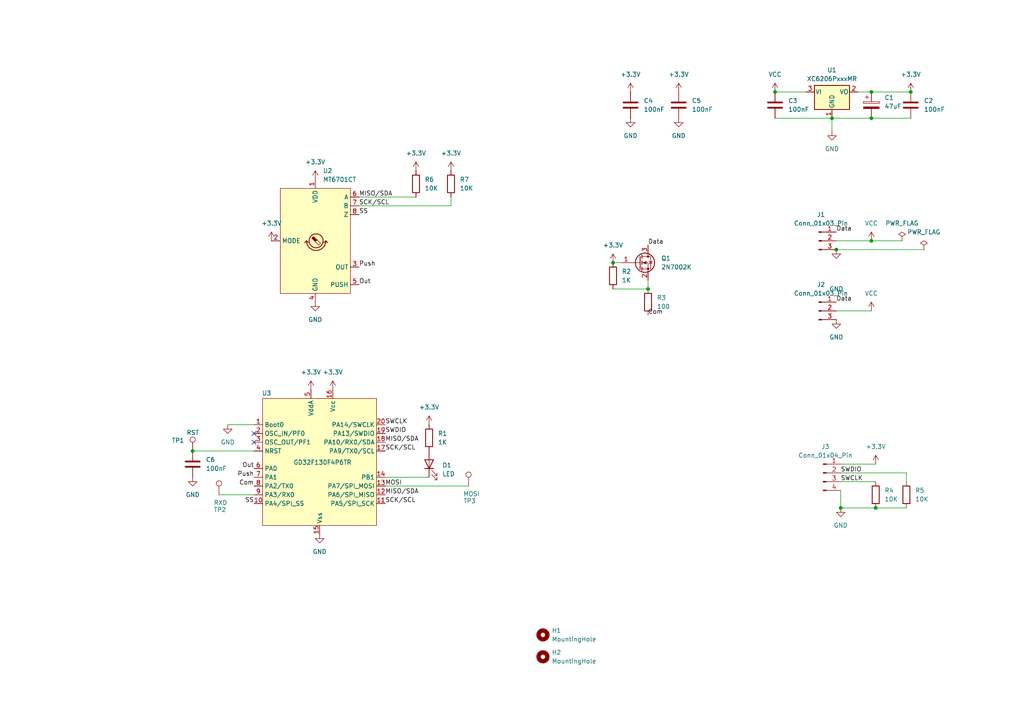
<source format=kicad_sch>
(kicad_sch (version 20231120) (generator "eeschema") (generator_version "8.0")
  (paper "A4")
  (lib_symbols
    (symbol "Connector:Conn_01x03_Pin" (pin_names (offset 1.016) hide)
      (property "Reference" "J" (at 0 5.08 0))
      (property "Value" "Conn_01x03_Pin" (at 0 -5.08 0))
      (symbol "Conn_01x03_Pin_1_1"
        (polyline (pts (xy 1.27 -2.54) (xy 0.8636 -2.54)) (stroke (width 0.1524)))
        (polyline (pts (xy 1.27 0) (xy 0.8636 0)) (stroke (width 0.1524)))
        (polyline (pts (xy 1.27 2.54) (xy 0.8636 2.54)) (stroke (width 0.1524)))
        (rectangle (start 0.8636 -2.413) (end 0 -2.667) (stroke (width 0.1524)) (fill (type outline)))
        (rectangle (start 0.8636 0.127) (end 0 -0.127) (stroke (width 0.1524)) (fill (type outline)))
        (rectangle (start 0.8636 2.667) (end 0 2.413) (stroke (width 0.1524)) (fill (type outline)))
        (pin passive line (at 5.08 2.54 180) (length 3.81) (name "Pin_1") (number "1"))
        (pin passive line (at 5.08 0 180) (length 3.81) (name "Pin_2") (number "2"))
        (pin passive line (at 5.08 -2.54 180) (length 3.81) (name "Pin_3") (number "3"))
      )
    )
    (symbol "Connector:Conn_01x04_Pin" (pin_names (offset 1.016) hide)
      (property "Reference" "J" (at 0 5.08 0))
      (property "Value" "Conn_01x04_Pin" (at 0 -7.62 0))
      (symbol "Conn_01x04_Pin_1_1"
        (polyline (pts (xy 1.27 -5.08) (xy 0.8636 -5.08)) (stroke (width 0.1524)))
        (polyline (pts (xy 1.27 -2.54) (xy 0.8636 -2.54)) (stroke (width 0.1524)))
        (polyline (pts (xy 1.27 0) (xy 0.8636 0)) (stroke (width 0.1524)))
        (polyline (pts (xy 1.27 2.54) (xy 0.8636 2.54)) (stroke (width 0.1524)))
        (rectangle (start 0.8636 -4.953) (end 0 -5.207) (stroke (width 0.1524)) (fill (type outline)))
        (rectangle (start 0.8636 -2.413) (end 0 -2.667) (stroke (width 0.1524)) (fill (type outline)))
        (rectangle (start 0.8636 0.127) (end 0 -0.127) (stroke (width 0.1524)) (fill (type outline)))
        (rectangle (start 0.8636 2.667) (end 0 2.413) (stroke (width 0.1524)) (fill (type outline)))
        (pin passive line (at 5.08 2.54 180) (length 3.81) (name "Pin_1") (number "1"))
        (pin passive line (at 5.08 0 180) (length 3.81) (name "Pin_2") (number "2"))
        (pin passive line (at 5.08 -2.54 180) (length 3.81) (name "Pin_3") (number "3"))
        (pin passive line (at 5.08 -5.08 180) (length 3.81) (name "Pin_4") (number "4"))
      )
    )
    (symbol "Connector:TestPoint" (pin_numbers hide) (pin_names (offset 0.762) hide)
      (property "Reference" "TP" (at 0 6.858 0))
      (property "Value" "TestPoint" (at 0 5.08 0))
      (symbol "TestPoint_0_1"
        (circle (center 0 3.302) (radius 0.762))
      )
      (symbol "TestPoint_1_1"
        (pin passive line (at 0 0 90) (length 2.54) (name "1") (number "1"))
      )
    )
    (symbol "Device:C" (pin_numbers hide) (pin_names (offset 0.254))
      (property "Reference" "C" (at 0.635 2.54 0))
      (property "Value" "C" (at 0.635 -2.54 0))
      (symbol "C_0_1"
        (polyline (pts (xy -2.032 -0.762) (xy 2.032 -0.762)) (stroke (width 0.508)))
        (polyline (pts (xy -2.032 0.762) (xy 2.032 0.762)) (stroke (width 0.508)))
      )
      (symbol "C_1_1"
        (pin passive line (at 0 3.81 270) (length 2.794) (name "~") (number "1"))
        (pin passive line (at 0 -3.81 90) (length 2.794) (name "~") (number "2"))
      )
    )
    (symbol "Device:C_Polarized" (pin_numbers hide) (pin_names (offset 0.254))
      (property "Reference" "C" (at 0.635 2.54 0))
      (property "Value" "C_Polarized" (at 0.635 -2.54 0))
      (symbol "C_Polarized_0_1"
        (rectangle (start -2.286 0.508) (end 2.286 1.016))
        (polyline (pts (xy -1.778 2.286) (xy -0.762 2.286)))
        (polyline (pts (xy -1.27 2.794) (xy -1.27 1.778)))
        (rectangle (start 2.286 -0.508) (end -2.286 -1.016) (fill (type outline)))
      )
      (symbol "C_Polarized_1_1"
        (pin passive line (at 0 3.81 270) (length 2.794) (name "~") (number "1"))
        (pin passive line (at 0 -3.81 90) (length 2.794) (name "~") (number "2"))
      )
    )
    (symbol "Device:LED" (pin_numbers hide) (pin_names (offset 1.016) hide)
      (property "Reference" "D" (at 0 2.54 0))
      (property "Value" "LED" (at 0 -2.54 0))
      (symbol "LED_0_1"
        (polyline (pts (xy -1.27 -1.27) (xy -1.27 1.27)) (stroke (width 0.254)))
        (polyline (pts (xy -1.27 0) (xy 1.27 0)))
        (polyline (pts (xy 1.27 -1.27) (xy 1.27 1.27) (xy -1.27 0) (xy 1.27 -1.27)) (stroke (width 0.254)))
        (polyline (pts (xy -3.048 -0.762) (xy -4.572 -2.286) (xy -3.81 -2.286) (xy -4.572 -2.286) (xy -4.572 -1.524)))
        (polyline (pts (xy -1.778 -0.762) (xy -3.302 -2.286) (xy -2.54 -2.286) (xy -3.302 -2.286) (xy -3.302 -1.524)))
      )
      (symbol "LED_1_1"
        (pin passive line (at -3.81 0 0) (length 2.54) (name "K") (number "1"))
        (pin passive line (at 3.81 0 180) (length 2.54) (name "A") (number "2"))
      )
    )
    (symbol "Device:R" (pin_numbers hide) (pin_names (offset 0))
      (property "Reference" "R" (at 2.032 0 90))
      (property "Value" "R" (at 0 0 90))
      (symbol "R_0_1"
        (rectangle (start -1.016 -2.54) (end 1.016 2.54) (stroke (width 0.254)))
      )
      (symbol "R_1_1"
        (pin passive line (at 0 3.81 270) (length 1.27) (name "~") (number "1"))
        (pin passive line (at 0 -3.81 90) (length 1.27) (name "~") (number "2"))
      )
    )
    (symbol "Mechanical:MountingHole" (pin_names (offset 1.016)) (exclude_from_sim yes) (in_bom no)
      (property "Reference" "H" (at 0 5.08 0))
      (property "Value" "MountingHole" (at 0 3.175 0))
      (symbol "MountingHole_0_1"
        (circle (center 0 0) (radius 1.27) (stroke (width 1.27)))
      )
    )
    (symbol "My_Library:GD32F130F4P6TR"
      (property "Reference" "U" (at -15.748 18.796 0))
      (property "Value" "GD32F130F4P6TR" (at 9.906 -21.844 0))
      (symbol "GD32F130F4P6TR_1_1"
        (rectangle (start -16.51 16.51) (end 16.51 -20.32) (fill (type background)))
        (pin input line (at -19.05 8.89 0) (length 2.54) (name "Boot0") (number "1"))
        (pin bidirectional line (at -19.05 -13.97 0) (length 2.54) (name "PA4/SPI_SS") (number "10"))
        (pin bidirectional line (at 19.05 -13.97 180) (length 2.54) (name "PA5/SPI_SCK") (number "11"))
        (pin bidirectional line (at 19.05 -11.43 180) (length 2.54) (name "PA6/SPI_MISO") (number "12"))
        (pin bidirectional line (at 19.05 -8.89 180) (length 2.54) (name "PA7/SPI_MOSI") (number "13"))
        (pin bidirectional line (at 19.05 -6.35 180) (length 2.54) (name "PB1") (number "14"))
        (pin power_in line (at 0 -22.86 90) (length 2.54) (name "Vss") (number "15"))
        (pin power_in line (at 3.81 19.05 270) (length 2.54) (name "Vcc") (number "16"))
        (pin bidirectional line (at 19.05 1.27 180) (length 2.54) (name "PA9/TX0/SCL") (number "17"))
        (pin bidirectional line (at 19.05 3.81 180) (length 2.54) (name "PA10/RX0/SDA") (number "18"))
        (pin bidirectional line (at 19.05 6.35 180) (length 2.54) (name "PA13/SWDIO") (number "19"))
        (pin bidirectional line (at -19.05 6.35 0) (length 2.54) (name "OSC_IN/PF0") (number "2"))
        (pin bidirectional line (at 19.05 8.89 180) (length 2.54) (name "PA14/SWCLK") (number "20"))
        (pin bidirectional line (at -19.05 3.81 0) (length 2.54) (name "OSC_OUT/PF1") (number "3"))
        (pin bidirectional line (at -19.05 1.27 0) (length 2.54) (name "NRST") (number "4"))
        (pin power_in line (at -2.54 19.05 270) (length 2.54) (name "VddA") (number "5"))
        (pin bidirectional line (at -19.05 -3.81 0) (length 2.54) (name "PA0") (number "6"))
        (pin bidirectional line (at -19.05 -6.35 0) (length 2.54) (name "PA1") (number "7"))
        (pin bidirectional line (at -19.05 -8.89 0) (length 2.54) (name "PA2/TX0") (number "8"))
        (pin bidirectional line (at -19.05 -11.43 0) (length 2.54) (name "PA3/RX0") (number "9"))
      )
    )
    (symbol "Regulator_Linear:XC6206PxxxMR" (pin_names (offset 0.254))
      (property "Reference" "U" (at -3.81 3.175 0))
      (property "Value" "XC6206PxxxMR" (at 0 3.175 0))
      (symbol "XC6206PxxxMR_0_1"
        (rectangle (start -5.08 1.905) (end 5.08 -5.08) (stroke (width 0.254)) (fill (type background)))
      )
      (symbol "XC6206PxxxMR_1_1"
        (pin power_in line (at 0 -7.62 90) (length 2.54) (name "GND") (number "1"))
        (pin power_out line (at 7.62 0 180) (length 2.54) (name "VO") (number "2"))
        (pin power_in line (at -7.62 0 0) (length 2.54) (name "VI") (number "3"))
      )
    )
    (symbol "Sensor_Magnetic:MT6701CT"
      (property "Reference" "U" (at -9.6632 16.4397 0))
      (property "Value" "MT6701CT" (at 5.5155 16.4397 0))
      (symbol "MT6701CT_0_1"
        (arc (start -2.54 0) (mid 0.254 -2.7819) (end 3.048 0) (stroke (width 0.254)))
        (polyline (pts (xy -2.54 0) (xy -3.048 -0.508)) (stroke (width 0.254)))
        (polyline (pts (xy -2.54 0) (xy -2.032 -0.508)) (stroke (width 0.254)))
        (polyline (pts (xy 3.048 0) (xy 2.54 -0.508)) (stroke (width 0.254)))
        (polyline (pts (xy 3.048 0) (xy 3.556 -0.508)) (stroke (width 0.254)))
      )
      (symbol "MT6701CT_1_1"
        (rectangle (start -10.16 15.24) (end 10.16 -15.24) (fill (type background)))
        (polyline (pts (xy 0.508 0.254) (xy 1.524 -0.762) (xy 1.016 -1.27) (xy 0 -0.254)))
        (polyline (pts (xy -0.508 1.27) (xy 0.508 0.254) (xy 0 -0.254) (xy -1.016 0.762) (xy -0.762 1.016) (xy -0.508 1.27) (xy -0.381 1.143)) (fill (type outline)))
        (circle (center 0.254 0) (radius 2.032) (stroke (width 0.254)))
        (pin power_in line (at 0 17.78 270) (length 2.54) (name "VDD") (number "1"))
        (pin input line (at -12.7 0 0) (length 2.54) (name "MODE") (number "2"))
        (pin output line (at 12.7 -7.62 180) (length 2.54) (name "OUT") (number "3"))
        (pin power_in line (at 0 -17.78 90) (length 2.54) (name "GND") (number "4"))
        (pin output line (at 12.7 -12.7 180) (length 2.54) (name "PUSH") (number "5"))
        (pin output line (at 12.7 12.7 180) (length 2.54) (name "A") (number "6"))
        (pin output line (at 12.7 10.16 180) (length 2.54) (name "B") (number "7"))
        (pin output line (at 12.7 7.62 180) (length 2.54) (name "Z") (number "8"))
      )
    )
    (symbol "Transistor_FET:2N7002K" (pin_names hide)
      (property "Reference" "Q" (at 5.08 1.905 0))
      (property "Value" "2N7002K" (at 5.08 0 0))
      (symbol "2N7002K_0_1"
        (polyline (pts (xy 0.254 0) (xy -2.54 0)))
        (polyline (pts (xy 0.254 1.905) (xy 0.254 -1.905)) (stroke (width 0.254)))
        (polyline (pts (xy 0.762 -1.27) (xy 0.762 -2.286)) (stroke (width 0.254)))
        (polyline (pts (xy 0.762 0.508) (xy 0.762 -0.508)) (stroke (width 0.254)))
        (polyline (pts (xy 0.762 2.286) (xy 0.762 1.27)) (stroke (width 0.254)))
        (polyline (pts (xy 2.54 2.54) (xy 2.54 1.778)))
        (polyline (pts (xy 2.54 -2.54) (xy 2.54 0) (xy 0.762 0)))
        (polyline (pts (xy 0.762 -1.778) (xy 3.302 -1.778) (xy 3.302 1.778) (xy 0.762 1.778)))
        (polyline (pts (xy 1.016 0) (xy 2.032 0.381) (xy 2.032 -0.381) (xy 1.016 0)) (fill (type outline)))
        (polyline (pts (xy 2.794 0.508) (xy 2.921 0.381) (xy 3.683 0.381) (xy 3.81 0.254)))
        (polyline (pts (xy 3.302 0.381) (xy 2.921 -0.254) (xy 3.683 -0.254) (xy 3.302 0.381)))
        (circle (center 1.651 0) (radius 2.794) (stroke (width 0.254)))
        (circle (center 2.54 -1.778) (radius 0.254) (fill (type outline)))
        (circle (center 2.54 1.778) (radius 0.254) (fill (type outline)))
      )
      (symbol "2N7002K_1_1"
        (pin input line (at -5.08 0 0) (length 2.54) (name "G") (number "1"))
        (pin passive line (at 2.54 -5.08 90) (length 2.54) (name "S") (number "2"))
        (pin passive line (at 2.54 5.08 270) (length 2.54) (name "D") (number "3"))
      )
    )
    (symbol "power:+3.3V" (power) (pin_numbers hide) (pin_names (offset 0) hide)
      (property "Value" "+3.3V" (at 0 3.556 0))
      (symbol "+3.3V_0_1"
        (polyline (pts (xy -0.762 1.27) (xy 0 2.54)))
        (polyline (pts (xy 0 0) (xy 0 2.54)))
        (polyline (pts (xy 0 2.54) (xy 0.762 1.27)))
      )
      (symbol "+3.3V_1_1"
        (pin power_in line (at 0 0 90) (length 0) (name "~") (number "1"))
      )
    )
    (symbol "power:GND" (power) (pin_numbers hide) (pin_names (offset 0) hide)
      (property "Value" "GND" (at 0 -3.81 0))
      (symbol "GND_0_1"
        (polyline (pts (xy 0 0) (xy 0 -1.27) (xy 1.27 -1.27) (xy 0 -2.54) (xy -1.27 -1.27) (xy 0 -1.27)))
      )
      (symbol "GND_1_1"
        (pin power_in line (at 0 0 270) (length 0) (name "~") (number "1"))
      )
    )
    (symbol "power:PWR_FLAG" (power) (pin_numbers hide) (pin_names (offset 0) hide)
      (property "Value" "PWR_FLAG" (at 0 3.81 0))
      (symbol "PWR_FLAG_0_0"
        (pin power_out line (at 0 0 90) (length 0) (name "~") (number "1"))
      )
      (symbol "PWR_FLAG_0_1"
        (polyline (pts (xy 0 0) (xy 0 1.27) (xy -1.016 1.905) (xy 0 2.54) (xy 1.016 1.905) (xy 0 1.27)))
      )
    )
    (symbol "power:VCC" (power) (pin_numbers hide) (pin_names (offset 0) hide)
      (property "Value" "VCC" (at 0 3.556 0))
      (symbol "VCC_0_1"
        (polyline (pts (xy -0.762 1.27) (xy 0 2.54)))
        (polyline (pts (xy 0 0) (xy 0 2.54)))
        (polyline (pts (xy 0 2.54) (xy 0.762 1.27)))
      )
      (symbol "VCC_1_1"
        (pin power_in line (at 0 0 90) (length 0) (name "~") (number "1"))
      )
    )
  )
  (junction (at 177.8 76.2))
  (junction (at 224.79 26.67))
  (junction (at 264.16 26.67))
  (junction (at 252.73 69.85))
  (junction (at 252.73 34.29))
  (junction (at 252.73 26.67))
  (junction (at 187.96 83.82))
  (junction (at 241.3 34.29))
  (junction (at 243.84 147.32))
  (junction (at 242.57 72.39))
  (junction (at 254 147.32))
  (junction (at 55.88 130.81))
  (no_connect (at 73.66 125.73))
  (no_connect (at 73.66 128.27))
  (wire (pts (xy 242.57 90.17) (xy 252.73 90.17)))
  (wire (pts (xy 55.88 130.81) (xy 73.66 130.81)))
  (wire (pts (xy 104.14 57.15) (xy 120.65 57.15)))
  (wire (pts (xy 224.79 26.67) (xy 233.68 26.67)))
  (wire (pts (xy 243.84 147.32) (xy 254 147.32)))
  (wire (pts (xy 177.8 76.2) (xy 180.34 76.2)))
  (wire (pts (xy 104.14 59.69) (xy 130.81 59.69)))
  (wire (pts (xy 63.5 143.51) (xy 73.66 143.51)))
  (wire (pts (xy 242.57 72.39) (xy 267.97 72.39)))
  (wire (pts (xy 248.92 26.67) (xy 252.73 26.67)))
  (wire (pts (xy 241.3 34.29) (xy 241.3 38.1)))
  (wire (pts (xy 177.8 83.82) (xy 187.96 83.82)))
  (wire (pts (xy 252.73 34.29) (xy 264.16 34.29)))
  (wire (pts (xy 242.57 69.85) (xy 252.73 69.85)))
  (wire (pts (xy 262.89 139.7) (xy 262.89 137.16)))
  (wire (pts (xy 241.3 34.29) (xy 252.73 34.29)))
  (wire (pts (xy 252.73 26.67) (xy 264.16 26.67)))
  (wire (pts (xy 66.04 123.19) (xy 73.66 123.19)))
  (wire (pts (xy 130.81 59.69) (xy 130.81 57.15)))
  (wire (pts (xy 243.84 142.24) (xy 243.84 147.32)))
  (wire (pts (xy 252.73 69.85) (xy 261.62 69.85)))
  (wire (pts (xy 254 147.32) (xy 262.89 147.32)))
  (wire (pts (xy 111.76 140.97) (xy 135.89 140.97)))
  (wire (pts (xy 243.84 139.7) (xy 254 139.7)))
  (wire (pts (xy 187.96 81.28) (xy 187.96 83.82)))
  (wire (pts (xy 111.76 138.43) (xy 124.46 138.43)))
  (wire (pts (xy 224.79 34.29) (xy 241.3 34.29)))
  (wire (pts (xy 262.89 137.16) (xy 243.84 137.16)))
  (wire (pts (xy 243.84 134.62) (xy 254 134.62)))
  (label "MISO{slash}SDA" (at 111.76 143.51 0))
  (label "SCK{slash}SCL" (at 104.14 59.69 0))
  (label "Push" (at 73.66 138.43 180))
  (label "Com" (at 187.96 91.44 0))
  (label "MISO{slash}SDA" (at 104.14 57.15 0))
  (label "MOSI" (at 111.76 140.97 0))
  (label "SWCLK" (at 111.76 123.19 0))
  (label "Push" (at 104.14 77.47 0))
  (label "SCK{slash}SCL" (at 111.76 130.81 0))
  (label "Out" (at 73.66 135.89 180))
  (label "SCK{slash}SCL" (at 111.76 146.05 0))
  (label "SWDIO" (at 243.84 137.16 0))
  (label "Data" (at 242.57 87.63 0))
  (label "Data" (at 187.96 71.12 0))
  (label "Out" (at 104.14 82.55 0))
  (label "Com" (at 73.66 140.97 180))
  (label "SWCLK" (at 243.84 139.7 0))
  (label "MISO{slash}SDA" (at 111.76 128.27 0))
  (label "SWDIO" (at 111.76 125.73 0))
  (label "Data" (at 242.57 67.31 0))
  (label "SS" (at 73.66 146.05 180))
  (label "SS" (at 104.14 62.23 0))
  (symbol (lib_id "power:VCC") (at 252.73 90.17 0) (unit 1)
    (property "Reference" "#PWR06" (effects (hide yes)))
    (property "Value" "VCC" (at 252.73 85.09 0))
    (property "Description" "Power symbol creates a global label with name \"VCC\"" (effects (hide yes)))
  )
  (symbol (lib_id "power:+3.3V") (at 254 134.62 0) (unit 1)
    (property "Reference" "#PWR015" (effects (hide yes)))
    (property "Value" "+3.3V" (at 254 129.54 0))
    (property "Description" "Power symbol creates a global label with name \"+3.3V\"" (effects (hide yes)))
  )
  (symbol (lib_id "Device:C") (at 224.79 30.48 0) (unit 1)
    (property "Reference" "C3" (at 228.6 29.2099 0) (effects (justify left)))
    (property "Value" "100nF" (at 228.6 31.7499 0) (effects (justify left)))
    (property "Footprint" "Capacitor_SMD:C_0603_1608Metric_Pad1.08x0.95mm_HandSolder" (effects (hide yes)))
    (property "Description" "Unpolarized capacitor" (effects (hide yes)))
  )
  (symbol (lib_id "power:PWR_FLAG") (at 267.97 72.39 0) (unit 1)
    (property "Reference" "#FLG03" (effects (hide yes)))
    (property "Value" "PWR_FLAG" (at 267.97 67.31 0))
    (property "Description" "Special symbol for telling ERC where power comes from" (effects (hide yes)))
  )
  (symbol (lib_id "power:+3.3V") (at 78.74 69.85 0) (unit 1)
    (property "Reference" "#PWR022" (effects (hide yes)))
    (property "Value" "+3.3V" (at 78.74 64.77 0))
    (property "Description" "Power symbol creates a global label with name \"+3.3V\"" (effects (hide yes)))
  )
  (symbol (lib_id "Device:R") (at 254 143.51 0) (unit 1)
    (property "Reference" "R4" (at 256.54 142.2399 0) (effects (justify left)))
    (property "Value" "10K" (at 256.54 144.7799 0) (effects (justify left)))
    (property "Footprint" "Resistor_SMD:R_0603_1608Metric_Pad0.98x0.95mm_HandSolder" (effects (hide yes)))
    (property "Description" "Resistor" (effects (hide yes)))
  )
  (symbol (lib_id "Device:R") (at 262.89 143.51 0) (unit 1)
    (property "Reference" "R5" (at 265.43 142.2399 0) (effects (justify left)))
    (property "Value" "10K" (at 265.43 144.7799 0) (effects (justify left)))
    (property "Footprint" "Resistor_SMD:R_0603_1608Metric_Pad0.98x0.95mm_HandSolder" (effects (hide yes)))
    (property "Description" "Resistor" (effects (hide yes)))
  )
  (symbol (lib_id "power:GND") (at 91.44 87.63 0) (unit 1)
    (property "Reference" "#PWR08" (effects (hide yes)))
    (property "Value" "GND" (at 91.44 92.71 0))
    (property "Description" "Power symbol creates a global label with name \"GND\" , ground" (effects (hide yes)))
  )
  (symbol (lib_id "Device:C") (at 264.16 30.48 0) (unit 1)
    (property "Reference" "C2" (at 267.97 29.2099 0) (effects (justify left)))
    (property "Value" "100nF" (at 267.97 31.7499 0) (effects (justify left)))
    (property "Footprint" "Capacitor_SMD:C_0603_1608Metric_Pad1.08x0.95mm_HandSolder" (effects (hide yes)))
    (property "Description" "Unpolarized capacitor" (effects (hide yes)))
  )
  (symbol (lib_id "power:GND") (at 242.57 72.39 0) (unit 1)
    (property "Reference" "#PWR07" (effects (hide yes)))
    (property "Value" "GND" (at 242.57 83.82 0))
    (property "Description" "Power symbol creates a global label with name \"GND\" , ground" (effects (hide yes)))
  )
  (symbol (lib_id "Device:R") (at 177.8 80.01 0) (unit 1)
    (property "Reference" "R2" (at 180.34 78.7399 0) (effects (justify left)))
    (property "Value" "1K" (at 180.34 81.2799 0) (effects (justify left)))
    (property "Footprint" "Resistor_SMD:R_0603_1608Metric_Pad0.98x0.95mm_HandSolder" (effects (hide yes)))
    (property "Description" "Resistor" (effects (hide yes)))
  )
  (symbol (lib_id "My_Library:GD32F130F4P6TR") (at 92.71 132.08 0) (unit 1)
    (property "Reference" "U3" (at 75.946 114.046 0) (effects (justify left)))
    (property "Value" "GD32F130F4P6TR" (at 85.09 134.112 0) (effects (justify left)))
    (property "Footprint" "Package_SO:TSSOP-20_4.4x6.5mm_P0.65mm" (effects (hide yes)))
  )
  (symbol (lib_id "power:VCC") (at 224.79 26.67 0) (unit 1)
    (property "Reference" "#PWR04" (effects (hide yes)))
    (property "Value" "VCC" (at 224.79 21.59 0))
    (property "Description" "Power symbol creates a global label with name \"VCC\"" (effects (hide yes)))
  )
  (symbol (lib_id "Device:R") (at 124.46 127 0) (unit 1)
    (property "Reference" "R1" (at 127 125.7299 0) (effects (justify left)))
    (property "Value" "1K" (at 127 128.2699 0) (effects (justify left)))
    (property "Footprint" "Resistor_SMD:R_0603_1608Metric_Pad0.98x0.95mm_HandSolder" (effects (hide yes)))
    (property "Description" "Resistor" (effects (hide yes)))
  )
  (symbol (lib_id "power:+3.3V") (at 96.52 113.03 0) (unit 1)
    (property "Reference" "#PWR010" (effects (hide yes)))
    (property "Value" "+3.3V" (at 96.52 107.95 0))
    (property "Description" "Power symbol creates a global label with name \"+3.3V\"" (effects (hide yes)))
  )
  (symbol (lib_id "Connector:TestPoint") (at 63.5 143.51 0) (unit 1)
    (property "Reference" "TP2" (at 61.976 147.828 0) (effects (justify left)))
    (property "Value" "RXD" (at 61.976 145.796 0) (effects (justify left)))
    (property "Footprint" "TestPoint:TestPoint_Pad_D1.0mm" (effects (hide yes)))
    (property "Description" "test point" (effects (hide yes)))
  )
  (symbol (lib_id "power:GND") (at 242.57 92.71 0) (unit 1)
    (property "Reference" "#PWR02" (effects (hide yes)))
    (property "Value" "GND" (at 242.57 97.79 0))
    (property "Description" "Power symbol creates a global label with name \"GND\" , ground" (effects (hide yes)))
  )
  (symbol (lib_id "Sensor_Magnetic:MT6701CT") (at 91.44 69.85 0) (unit 1)
    (property "Reference" "U2" (at 93.6341 49.53 0) (effects (justify left)))
    (property "Value" "MT6701CT" (at 93.6341 52.07 0) (effects (justify left)))
    (property "Footprint" "Package_SO:SO-8_3.9x4.9mm_P1.27mm" (effects (hide yes)))
    (property "Datasheet" "https://www.magntek.com.cn/upload/MT6701_Rev.1.5.pdf" (effects (hide yes)))
    (property "Description" "Hall Based Angle Position Encoder Sensor, I2C, SSI, ABZ & UVW interfaces, 3.3..5V supply, SOIC-8" (effects (hide yes)))
  )
  (symbol (lib_id "power:GND") (at 92.71 154.94 0) (unit 1)
    (property "Reference" "#PWR09" (effects (hide yes)))
    (property "Value" "GND" (at 92.71 160.02 0))
    (property "Description" "Power symbol creates a global label with name \"GND\" , ground" (effects (hide yes)))
  )
  (symbol (lib_id "power:GND") (at 66.04 123.19 0) (unit 1)
    (property "Reference" "#PWR020" (effects (hide yes)))
    (property "Value" "GND" (at 66.04 128.27 0))
    (property "Description" "Power symbol creates a global label with name \"GND\" , ground" (effects (hide yes)))
  )
  (symbol (lib_id "power:GND") (at 55.88 138.43 0) (unit 1)
    (property "Reference" "#PWR021" (effects (hide yes)))
    (property "Value" "GND" (at 55.88 143.51 0))
    (property "Description" "Power symbol creates a global label with name \"GND\" , ground" (effects (hide yes)))
  )
  (symbol (lib_id "power:+3.3V") (at 177.8 76.2 0) (unit 1)
    (property "Reference" "#PWR013" (effects (hide yes)))
    (property "Value" "+3.3V" (at 177.8 71.12 0))
    (property "Description" "Power symbol creates a global label with name \"+3.3V\"" (effects (hide yes)))
  )
  (symbol (lib_id "Transistor_FET:2N7002K") (at 185.42 76.2 0) (unit 1)
    (property "Reference" "Q1" (at 191.77 74.9299 0) (effects (justify left)))
    (property "Value" "2N7002K" (at 191.77 77.4699 0) (effects (justify left)))
    (property "Footprint" "Package_TO_SOT_SMD:SOT-23" (effects (hide yes)))
    (property "Datasheet" "https://www.diodes.com/assets/Datasheets/ds30896.pdf" (effects (hide yes)))
    (property "Description" "0.38A Id, 60V Vds, N-Channel MOSFET, SOT-23" (effects (hide yes)))
  )
  (symbol (lib_id "Device:LED") (at 124.46 134.62 90) (unit 1)
    (property "Reference" "D1" (at 128.27 134.9374 90) (effects (justify right)))
    (property "Value" "LED" (at 128.27 137.4774 90) (effects (justify right)))
    (property "Footprint" "LED_SMD:LED_0603_1608Metric_Pad1.05x0.95mm_HandSolder" (effects (hide yes)))
    (property "Description" "Light emitting diode" (effects (hide yes)))
  )
  (symbol (lib_id "Device:C") (at 182.88 30.48 0) (unit 1)
    (property "Reference" "C4" (at 186.69 29.2099 0) (effects (justify left)))
    (property "Value" "100nF" (at 186.69 31.7499 0) (effects (justify left)))
    (property "Footprint" "Capacitor_SMD:C_0603_1608Metric_Pad1.08x0.95mm_HandSolder" (effects (hide yes)))
    (property "Description" "Unpolarized capacitor" (effects (hide yes)))
  )
  (symbol (lib_id "power:PWR_FLAG") (at 261.62 69.85 0) (unit 1)
    (property "Reference" "#FLG02" (effects (hide yes)))
    (property "Value" "PWR_FLAG" (at 261.62 64.77 0))
    (property "Description" "Special symbol for telling ERC where power comes from" (effects (hide yes)))
  )
  (symbol (lib_id "Connector:TestPoint") (at 55.88 130.81 0) (unit 1)
    (property "Reference" "TP1" (at 49.784 127.762 0) (effects (justify left)))
    (property "Value" "RST" (at 54.102 125.476 0) (effects (justify left)))
    (property "Footprint" "Connector_PinHeader_2.54mm:PinHeader_1x01_P2.54mm_Vertical" (effects (hide yes)))
    (property "Description" "test point" (effects (hide yes)))
  )
  (symbol (lib_id "power:+3.3V") (at 91.44 52.07 0) (unit 1)
    (property "Reference" "#PWR011" (effects (hide yes)))
    (property "Value" "+3.3V" (at 91.44 46.99 0))
    (property "Description" "Power symbol creates a global label with name \"+3.3V\"" (effects (hide yes)))
  )
  (symbol (lib_id "power:+3.3V") (at 196.85 26.67 0) (unit 1)
    (property "Reference" "#PWR018" (effects (hide yes)))
    (property "Value" "+3.3V" (at 196.85 21.59 0))
    (property "Description" "Power symbol creates a global label with name \"+3.3V\"" (effects (hide yes)))
  )
  (symbol (lib_id "power:+3.3V") (at 120.65 49.53 0) (unit 1)
    (property "Reference" "#PWR024" (effects (hide yes)))
    (property "Value" "+3.3V" (at 120.65 44.45 0))
    (property "Description" "Power symbol creates a global label with name \"+3.3V\"" (effects (hide yes)))
  )
  (symbol (lib_id "power:VCC") (at 252.73 69.85 0) (unit 1)
    (property "Reference" "#PWR05" (effects (hide yes)))
    (property "Value" "VCC" (at 252.73 64.77 0))
    (property "Description" "Power symbol creates a global label with name \"VCC\"" (effects (hide yes)))
  )
  (symbol (lib_id "Mechanical:MountingHole") (at 157.48 184.15 0) (unit 1) (exclude_from_sim yes) (in_bom no)
    (property "Reference" "H1" (at 160.02 182.8799 0) (effects (justify left)))
    (property "Value" "MountingHole" (at 160.02 185.4199 0) (effects (justify left)))
    (property "Footprint" "MountingHole:MountingHole_2.2mm_M2_DIN965" (effects (hide yes)))
    (property "Description" "Mounting Hole without connection" (effects (hide yes)))
  )
  (symbol (lib_id "power:GND") (at 243.84 147.32 0) (unit 1)
    (property "Reference" "#PWR014" (effects (hide yes)))
    (property "Value" "GND" (at 243.84 152.4 0))
    (property "Description" "Power symbol creates a global label with name \"GND\" , ground" (effects (hide yes)))
  )
  (symbol (lib_id "power:GND") (at 182.88 34.29 0) (unit 1)
    (property "Reference" "#PWR017" (effects (hide yes)))
    (property "Value" "GND" (at 182.88 39.37 0))
    (property "Description" "Power symbol creates a global label with name \"GND\" , ground" (effects (hide yes)))
  )
  (symbol (lib_id "power:GND") (at 196.85 34.29 0) (unit 1)
    (property "Reference" "#PWR019" (effects (hide yes)))
    (property "Value" "GND" (at 196.85 39.37 0))
    (property "Description" "Power symbol creates a global label with name \"GND\" , ground" (effects (hide yes)))
  )
  (symbol (lib_id "Device:R") (at 187.96 87.63 0) (unit 1)
    (property "Reference" "R3" (at 190.5 86.3599 0) (effects (justify left)))
    (property "Value" "100" (at 190.5 88.8999 0) (effects (justify left)))
    (property "Footprint" "Resistor_SMD:R_0603_1608Metric_Pad0.98x0.95mm_HandSolder" (effects (hide yes)))
    (property "Description" "Resistor" (effects (hide yes)))
  )
  (symbol (lib_id "Connector:Conn_01x03_Pin") (at 237.49 90.17 0) (unit 1)
    (property "Reference" "J2" (at 238.125 82.55 0))
    (property "Value" "Conn_01x03_Pin" (at 238.125 85.09 0))
    (property "Footprint" "My_Library:JST_1x03_P2.50mm_Vertical" (effects (hide yes)))
    (property "Description" "Generic connector, single row, 01x03, script generated" (effects (hide yes)))
  )
  (symbol (lib_id "Device:C_Polarized") (at 252.73 30.48 0) (unit 1)
    (property "Reference" "C1" (at 256.54 28.3209 0) (effects (justify left)))
    (property "Value" "47uF" (at 256.54 30.8609 0) (effects (justify left)))
    (property "Footprint" "Capacitor_Tantalum_SMD:CP_EIA-3216-18_Kemet-A_Pad1.58x1.35mm_HandSolder" (effects (hide yes)))
    (property "Description" "Polarized capacitor" (effects (hide yes)))
  )
  (symbol (lib_id "Connector:TestPoint") (at 135.89 140.97 0) (unit 1)
    (property "Reference" "TP3" (at 134.366 145.288 0) (effects (justify left)))
    (property "Value" "MOSI" (at 134.366 143.256 0) (effects (justify left)))
    (property "Footprint" "TestPoint:TestPoint_Pad_D1.0mm" (effects (hide yes)))
    (property "Description" "test point" (effects (hide yes)))
  )
  (symbol (lib_id "Regulator_Linear:XC6206PxxxMR") (at 241.3 26.67 0) (unit 1)
    (property "Reference" "U1" (at 241.3 20.32 0))
    (property "Value" "XC6206PxxxMR" (at 241.3 22.86 0))
    (property "Footprint" "Package_TO_SOT_SMD:SOT-23-3" (effects (hide yes)))
    (property "Datasheet" "https://www.torexsemi.com/file/xc6206/XC6206.pdf" (effects (hide yes)))
    (property "Description" "Positive 60-250mA Low Dropout Regulator, Fixed Output, SOT-23" (effects (hide yes)))
  )
  (symbol (lib_id "Connector:Conn_01x03_Pin") (at 237.49 69.85 0) (unit 1)
    (property "Reference" "J1" (at 238.125 62.23 0))
    (property "Value" "Conn_01x03_Pin" (at 238.125 64.77 0))
    (property "Footprint" "My_Library:JST_1x03_P2.50mm_Vertical" (effects (hide yes)))
    (property "Description" "Generic connector, single row, 01x03, script generated" (effects (hide yes)))
  )
  (symbol (lib_id "Device:C") (at 55.88 134.62 0) (unit 1)
    (property "Reference" "C6" (at 59.69 133.3499 0) (effects (justify left)))
    (property "Value" "100nF" (at 59.69 135.8899 0) (effects (justify left)))
    (property "Footprint" "Capacitor_SMD:C_0603_1608Metric_Pad1.08x0.95mm_HandSolder" (effects (hide yes)))
    (property "Description" "Unpolarized capacitor" (effects (hide yes)))
  )
  (symbol (lib_id "power:GND") (at 241.3 38.1 0) (unit 1)
    (property "Reference" "#PWR01" (effects (hide yes)))
    (property "Value" "GND" (at 241.3 43.18 0))
    (property "Description" "Power symbol creates a global label with name \"GND\" , ground" (effects (hide yes)))
  )
  (symbol (lib_id "Connector:Conn_01x04_Pin") (at 238.76 137.16 0) (unit 1)
    (property "Reference" "J3" (at 239.395 129.54 0))
    (property "Value" "Conn_01x04_Pin" (at 239.395 132.08 0))
    (property "Footprint" "Connector_PinHeader_2.54mm:PinHeader_1x04_P2.54mm_Vertical" (effects (hide yes)))
    (property "Description" "Generic connector, single row, 01x04, script generated" (effects (hide yes)))
  )
  (symbol (lib_id "Device:R") (at 130.81 53.34 0) (unit 1)
    (property "Reference" "R7" (at 133.35 52.0699 0) (effects (justify left)))
    (property "Value" "10K" (at 133.35 54.6099 0) (effects (justify left)))
    (property "Footprint" "Resistor_SMD:R_0603_1608Metric_Pad0.98x0.95mm_HandSolder" (effects (hide yes)))
    (property "Description" "Resistor" (effects (hide yes)))
  )
  (symbol (lib_id "power:+3.3V") (at 130.81 49.53 0) (unit 1)
    (property "Reference" "#PWR025" (effects (hide yes)))
    (property "Value" "+3.3V" (at 130.81 44.45 0))
    (property "Description" "Power symbol creates a global label with name \"+3.3V\"" (effects (hide yes)))
  )
  (symbol (lib_id "Device:C") (at 196.85 30.48 0) (unit 1)
    (property "Reference" "C5" (at 200.66 29.2099 0) (effects (justify left)))
    (property "Value" "100nF" (at 200.66 31.7499 0) (effects (justify left)))
    (property "Footprint" "Capacitor_SMD:C_0603_1608Metric_Pad1.08x0.95mm_HandSolder" (effects (hide yes)))
    (property "Description" "Unpolarized capacitor" (effects (hide yes)))
  )
  (symbol (lib_id "power:+3.3V") (at 264.16 26.67 0) (unit 1)
    (property "Reference" "#PWR03" (effects (hide yes)))
    (property "Value" "+3.3V" (at 264.16 21.59 0))
    (property "Description" "Power symbol creates a global label with name \"+3.3V\"" (effects (hide yes)))
  )
  (symbol (lib_id "power:+3.3V") (at 124.46 123.19 0) (unit 1)
    (property "Reference" "#PWR012" (effects (hide yes)))
    (property "Value" "+3.3V" (at 124.46 118.11 0))
    (property "Description" "Power symbol creates a global label with name \"+3.3V\"" (effects (hide yes)))
  )
  (symbol (lib_id "power:+3.3V") (at 90.17 113.03 0) (unit 1)
    (property "Reference" "#PWR023" (effects (hide yes)))
    (property "Value" "+3.3V" (at 90.17 107.95 0))
    (property "Description" "Power symbol creates a global label with name \"+3.3V\"" (effects (hide yes)))
  )
  (symbol (lib_id "Device:R") (at 120.65 53.34 0) (unit 1)
    (property "Reference" "R6" (at 123.19 52.0699 0) (effects (justify left)))
    (property "Value" "10K" (at 123.19 54.6099 0) (effects (justify left)))
    (property "Footprint" "Resistor_SMD:R_0603_1608Metric_Pad0.98x0.95mm_HandSolder" (effects (hide yes)))
    (property "Description" "Resistor" (effects (hide yes)))
  )
  (symbol (lib_id "power:+3.3V") (at 182.88 26.67 0) (unit 1)
    (property "Reference" "#PWR016" (effects (hide yes)))
    (property "Value" "+3.3V" (at 182.88 21.59 0))
    (property "Description" "Power symbol creates a global label with name \"+3.3V\"" (effects (hide yes)))
  )
  (symbol (lib_id "Mechanical:MountingHole") (at 157.48 190.5 0) (unit 1) (exclude_from_sim yes) (in_bom no)
    (property "Reference" "H2" (at 160.02 189.2299 0) (effects (justify left)))
    (property "Value" "MountingHole" (at 160.02 191.7699 0) (effects (justify left)))
    (property "Footprint" "MountingHole:MountingHole_2.2mm_M2_DIN965" (effects (hide yes)))
    (property "Description" "Mounting Hole without connection" (effects (hide yes)))
  )
)
</source>
